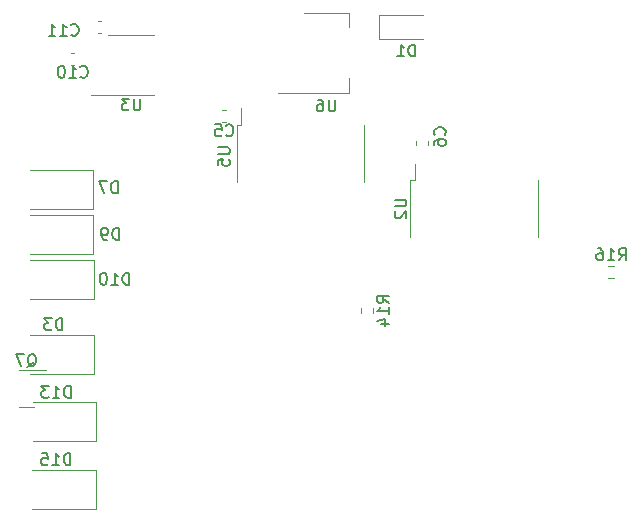
<source format=gbr>
%TF.GenerationSoftware,KiCad,Pcbnew,(6.0.10)*%
%TF.CreationDate,2023-04-19T18:30:43+02:00*%
%TF.ProjectId,jf-ecu32,6a662d65-6375-4333-922e-6b696361645f,rev?*%
%TF.SameCoordinates,Original*%
%TF.FileFunction,Legend,Bot*%
%TF.FilePolarity,Positive*%
%FSLAX46Y46*%
G04 Gerber Fmt 4.6, Leading zero omitted, Abs format (unit mm)*
G04 Created by KiCad (PCBNEW (6.0.10)) date 2023-04-19 18:30:43*
%MOMM*%
%LPD*%
G01*
G04 APERTURE LIST*
%ADD10C,0.150000*%
%ADD11C,0.120000*%
G04 APERTURE END LIST*
D10*
%TO.C,D9*%
X36044095Y-169997380D02*
X36044095Y-168997380D01*
X35806000Y-168997380D01*
X35663142Y-169045000D01*
X35567904Y-169140238D01*
X35520285Y-169235476D01*
X35472666Y-169425952D01*
X35472666Y-169568809D01*
X35520285Y-169759285D01*
X35567904Y-169854523D01*
X35663142Y-169949761D01*
X35806000Y-169997380D01*
X36044095Y-169997380D01*
X34996476Y-169997380D02*
X34806000Y-169997380D01*
X34710761Y-169949761D01*
X34663142Y-169902142D01*
X34567904Y-169759285D01*
X34520285Y-169568809D01*
X34520285Y-169187857D01*
X34567904Y-169092619D01*
X34615523Y-169045000D01*
X34710761Y-168997380D01*
X34901238Y-168997380D01*
X34996476Y-169045000D01*
X35044095Y-169092619D01*
X35091714Y-169187857D01*
X35091714Y-169425952D01*
X35044095Y-169521190D01*
X34996476Y-169568809D01*
X34901238Y-169616428D01*
X34710761Y-169616428D01*
X34615523Y-169568809D01*
X34567904Y-169521190D01*
X34520285Y-169425952D01*
%TO.C,D1*%
X61116095Y-154471380D02*
X61116095Y-153471380D01*
X60878000Y-153471380D01*
X60735142Y-153519000D01*
X60639904Y-153614238D01*
X60592285Y-153709476D01*
X60544666Y-153899952D01*
X60544666Y-154042809D01*
X60592285Y-154233285D01*
X60639904Y-154328523D01*
X60735142Y-154423761D01*
X60878000Y-154471380D01*
X61116095Y-154471380D01*
X59592285Y-154471380D02*
X60163714Y-154471380D01*
X59878000Y-154471380D02*
X59878000Y-153471380D01*
X59973238Y-153614238D01*
X60068476Y-153709476D01*
X60163714Y-153757095D01*
%TO.C,U3*%
X37845904Y-158046380D02*
X37845904Y-158855904D01*
X37798285Y-158951142D01*
X37750666Y-158998761D01*
X37655428Y-159046380D01*
X37464952Y-159046380D01*
X37369714Y-158998761D01*
X37322095Y-158951142D01*
X37274476Y-158855904D01*
X37274476Y-158046380D01*
X36893523Y-158046380D02*
X36274476Y-158046380D01*
X36607809Y-158427333D01*
X36464952Y-158427333D01*
X36369714Y-158474952D01*
X36322095Y-158522571D01*
X36274476Y-158617809D01*
X36274476Y-158855904D01*
X36322095Y-158951142D01*
X36369714Y-158998761D01*
X36464952Y-159046380D01*
X36750666Y-159046380D01*
X36845904Y-158998761D01*
X36893523Y-158951142D01*
%TO.C,D10*%
X36901285Y-173807380D02*
X36901285Y-172807380D01*
X36663190Y-172807380D01*
X36520333Y-172855000D01*
X36425095Y-172950238D01*
X36377476Y-173045476D01*
X36329857Y-173235952D01*
X36329857Y-173378809D01*
X36377476Y-173569285D01*
X36425095Y-173664523D01*
X36520333Y-173759761D01*
X36663190Y-173807380D01*
X36901285Y-173807380D01*
X35377476Y-173807380D02*
X35948904Y-173807380D01*
X35663190Y-173807380D02*
X35663190Y-172807380D01*
X35758428Y-172950238D01*
X35853666Y-173045476D01*
X35948904Y-173093095D01*
X34758428Y-172807380D02*
X34663190Y-172807380D01*
X34567952Y-172855000D01*
X34520333Y-172902619D01*
X34472714Y-172997857D01*
X34425095Y-173188333D01*
X34425095Y-173426428D01*
X34472714Y-173616904D01*
X34520333Y-173712142D01*
X34567952Y-173759761D01*
X34663190Y-173807380D01*
X34758428Y-173807380D01*
X34853666Y-173759761D01*
X34901285Y-173712142D01*
X34948904Y-173616904D01*
X34996523Y-173426428D01*
X34996523Y-173188333D01*
X34948904Y-172997857D01*
X34901285Y-172902619D01*
X34853666Y-172855000D01*
X34758428Y-172807380D01*
%TO.C,C5*%
X45111666Y-161139142D02*
X45159285Y-161186761D01*
X45302142Y-161234380D01*
X45397380Y-161234380D01*
X45540238Y-161186761D01*
X45635476Y-161091523D01*
X45683095Y-160996285D01*
X45730714Y-160805809D01*
X45730714Y-160662952D01*
X45683095Y-160472476D01*
X45635476Y-160377238D01*
X45540238Y-160282000D01*
X45397380Y-160234380D01*
X45302142Y-160234380D01*
X45159285Y-160282000D01*
X45111666Y-160329619D01*
X44206904Y-160234380D02*
X44683095Y-160234380D01*
X44730714Y-160710571D01*
X44683095Y-160662952D01*
X44587857Y-160615333D01*
X44349761Y-160615333D01*
X44254523Y-160662952D01*
X44206904Y-160710571D01*
X44159285Y-160805809D01*
X44159285Y-161043904D01*
X44206904Y-161139142D01*
X44254523Y-161186761D01*
X44349761Y-161234380D01*
X44587857Y-161234380D01*
X44683095Y-161186761D01*
X44730714Y-161139142D01*
%TO.C,R16*%
X78366857Y-171742380D02*
X78700190Y-171266190D01*
X78938285Y-171742380D02*
X78938285Y-170742380D01*
X78557333Y-170742380D01*
X78462095Y-170790000D01*
X78414476Y-170837619D01*
X78366857Y-170932857D01*
X78366857Y-171075714D01*
X78414476Y-171170952D01*
X78462095Y-171218571D01*
X78557333Y-171266190D01*
X78938285Y-171266190D01*
X77414476Y-171742380D02*
X77985904Y-171742380D01*
X77700190Y-171742380D02*
X77700190Y-170742380D01*
X77795428Y-170885238D01*
X77890666Y-170980476D01*
X77985904Y-171028095D01*
X76557333Y-170742380D02*
X76747809Y-170742380D01*
X76843047Y-170790000D01*
X76890666Y-170837619D01*
X76985904Y-170980476D01*
X77033523Y-171170952D01*
X77033523Y-171551904D01*
X76985904Y-171647142D01*
X76938285Y-171694761D01*
X76843047Y-171742380D01*
X76652571Y-171742380D01*
X76557333Y-171694761D01*
X76509714Y-171647142D01*
X76462095Y-171551904D01*
X76462095Y-171313809D01*
X76509714Y-171218571D01*
X76557333Y-171170952D01*
X76652571Y-171123333D01*
X76843047Y-171123333D01*
X76938285Y-171170952D01*
X76985904Y-171218571D01*
X77033523Y-171313809D01*
%TO.C,C6*%
X63603142Y-161110333D02*
X63650761Y-161062714D01*
X63698380Y-160919857D01*
X63698380Y-160824619D01*
X63650761Y-160681761D01*
X63555523Y-160586523D01*
X63460285Y-160538904D01*
X63269809Y-160491285D01*
X63126952Y-160491285D01*
X62936476Y-160538904D01*
X62841238Y-160586523D01*
X62746000Y-160681761D01*
X62698380Y-160824619D01*
X62698380Y-160919857D01*
X62746000Y-161062714D01*
X62793619Y-161110333D01*
X62698380Y-161967476D02*
X62698380Y-161777000D01*
X62746000Y-161681761D01*
X62793619Y-161634142D01*
X62936476Y-161538904D01*
X63126952Y-161491285D01*
X63507904Y-161491285D01*
X63603142Y-161538904D01*
X63650761Y-161586523D01*
X63698380Y-161681761D01*
X63698380Y-161872238D01*
X63650761Y-161967476D01*
X63603142Y-162015095D01*
X63507904Y-162062714D01*
X63269809Y-162062714D01*
X63174571Y-162015095D01*
X63126952Y-161967476D01*
X63079333Y-161872238D01*
X63079333Y-161681761D01*
X63126952Y-161586523D01*
X63174571Y-161538904D01*
X63269809Y-161491285D01*
%TO.C,C10*%
X32773857Y-156186142D02*
X32821476Y-156233761D01*
X32964333Y-156281380D01*
X33059571Y-156281380D01*
X33202428Y-156233761D01*
X33297666Y-156138523D01*
X33345285Y-156043285D01*
X33392904Y-155852809D01*
X33392904Y-155709952D01*
X33345285Y-155519476D01*
X33297666Y-155424238D01*
X33202428Y-155329000D01*
X33059571Y-155281380D01*
X32964333Y-155281380D01*
X32821476Y-155329000D01*
X32773857Y-155376619D01*
X31821476Y-156281380D02*
X32392904Y-156281380D01*
X32107190Y-156281380D02*
X32107190Y-155281380D01*
X32202428Y-155424238D01*
X32297666Y-155519476D01*
X32392904Y-155567095D01*
X31202428Y-155281380D02*
X31107190Y-155281380D01*
X31011952Y-155329000D01*
X30964333Y-155376619D01*
X30916714Y-155471857D01*
X30869095Y-155662333D01*
X30869095Y-155900428D01*
X30916714Y-156090904D01*
X30964333Y-156186142D01*
X31011952Y-156233761D01*
X31107190Y-156281380D01*
X31202428Y-156281380D01*
X31297666Y-156233761D01*
X31345285Y-156186142D01*
X31392904Y-156090904D01*
X31440523Y-155900428D01*
X31440523Y-155662333D01*
X31392904Y-155471857D01*
X31345285Y-155376619D01*
X31297666Y-155329000D01*
X31202428Y-155281380D01*
%TO.C,D15*%
X31919285Y-189087380D02*
X31919285Y-188087380D01*
X31681190Y-188087380D01*
X31538333Y-188135000D01*
X31443095Y-188230238D01*
X31395476Y-188325476D01*
X31347857Y-188515952D01*
X31347857Y-188658809D01*
X31395476Y-188849285D01*
X31443095Y-188944523D01*
X31538333Y-189039761D01*
X31681190Y-189087380D01*
X31919285Y-189087380D01*
X30395476Y-189087380D02*
X30966904Y-189087380D01*
X30681190Y-189087380D02*
X30681190Y-188087380D01*
X30776428Y-188230238D01*
X30871666Y-188325476D01*
X30966904Y-188373095D01*
X29490714Y-188087380D02*
X29966904Y-188087380D01*
X30014523Y-188563571D01*
X29966904Y-188515952D01*
X29871666Y-188468333D01*
X29633571Y-188468333D01*
X29538333Y-188515952D01*
X29490714Y-188563571D01*
X29443095Y-188658809D01*
X29443095Y-188896904D01*
X29490714Y-188992142D01*
X29538333Y-189039761D01*
X29633571Y-189087380D01*
X29871666Y-189087380D01*
X29966904Y-189039761D01*
X30014523Y-188992142D01*
%TO.C,D13*%
X31948285Y-183372380D02*
X31948285Y-182372380D01*
X31710190Y-182372380D01*
X31567333Y-182420000D01*
X31472095Y-182515238D01*
X31424476Y-182610476D01*
X31376857Y-182800952D01*
X31376857Y-182943809D01*
X31424476Y-183134285D01*
X31472095Y-183229523D01*
X31567333Y-183324761D01*
X31710190Y-183372380D01*
X31948285Y-183372380D01*
X30424476Y-183372380D02*
X30995904Y-183372380D01*
X30710190Y-183372380D02*
X30710190Y-182372380D01*
X30805428Y-182515238D01*
X30900666Y-182610476D01*
X30995904Y-182658095D01*
X30091142Y-182372380D02*
X29472095Y-182372380D01*
X29805428Y-182753333D01*
X29662571Y-182753333D01*
X29567333Y-182800952D01*
X29519714Y-182848571D01*
X29472095Y-182943809D01*
X29472095Y-183181904D01*
X29519714Y-183277142D01*
X29567333Y-183324761D01*
X29662571Y-183372380D01*
X29948285Y-183372380D01*
X30043523Y-183324761D01*
X30091142Y-183277142D01*
%TO.C,R14*%
X58905380Y-175340542D02*
X58429190Y-175007209D01*
X58905380Y-174769114D02*
X57905380Y-174769114D01*
X57905380Y-175150066D01*
X57953000Y-175245304D01*
X58000619Y-175292923D01*
X58095857Y-175340542D01*
X58238714Y-175340542D01*
X58333952Y-175292923D01*
X58381571Y-175245304D01*
X58429190Y-175150066D01*
X58429190Y-174769114D01*
X58905380Y-176292923D02*
X58905380Y-175721495D01*
X58905380Y-176007209D02*
X57905380Y-176007209D01*
X58048238Y-175911971D01*
X58143476Y-175816733D01*
X58191095Y-175721495D01*
X58238714Y-177150066D02*
X58905380Y-177150066D01*
X57857761Y-176911971D02*
X58572047Y-176673876D01*
X58572047Y-177292923D01*
%TO.C,U2*%
X59368580Y-166598695D02*
X60178104Y-166598695D01*
X60273342Y-166646314D01*
X60320961Y-166693933D01*
X60368580Y-166789171D01*
X60368580Y-166979647D01*
X60320961Y-167074885D01*
X60273342Y-167122504D01*
X60178104Y-167170123D01*
X59368580Y-167170123D01*
X59463819Y-167598695D02*
X59416200Y-167646314D01*
X59368580Y-167741552D01*
X59368580Y-167979647D01*
X59416200Y-168074885D01*
X59463819Y-168122504D01*
X59559057Y-168170123D01*
X59654295Y-168170123D01*
X59797152Y-168122504D01*
X60368580Y-167551076D01*
X60368580Y-168170123D01*
%TO.C,D7*%
X35917095Y-166060380D02*
X35917095Y-165060380D01*
X35679000Y-165060380D01*
X35536142Y-165108000D01*
X35440904Y-165203238D01*
X35393285Y-165298476D01*
X35345666Y-165488952D01*
X35345666Y-165631809D01*
X35393285Y-165822285D01*
X35440904Y-165917523D01*
X35536142Y-166012761D01*
X35679000Y-166060380D01*
X35917095Y-166060380D01*
X35012333Y-165060380D02*
X34345666Y-165060380D01*
X34774238Y-166060380D01*
%TO.C,U5*%
X44410380Y-162179095D02*
X45219904Y-162179095D01*
X45315142Y-162226714D01*
X45362761Y-162274333D01*
X45410380Y-162369571D01*
X45410380Y-162560047D01*
X45362761Y-162655285D01*
X45315142Y-162702904D01*
X45219904Y-162750523D01*
X44410380Y-162750523D01*
X44410380Y-163702904D02*
X44410380Y-163226714D01*
X44886571Y-163179095D01*
X44838952Y-163226714D01*
X44791333Y-163321952D01*
X44791333Y-163560047D01*
X44838952Y-163655285D01*
X44886571Y-163702904D01*
X44981809Y-163750523D01*
X45219904Y-163750523D01*
X45315142Y-163702904D01*
X45362761Y-163655285D01*
X45410380Y-163560047D01*
X45410380Y-163321952D01*
X45362761Y-163226714D01*
X45315142Y-163179095D01*
%TO.C,U6*%
X54355904Y-158130380D02*
X54355904Y-158939904D01*
X54308285Y-159035142D01*
X54260666Y-159082761D01*
X54165428Y-159130380D01*
X53974952Y-159130380D01*
X53879714Y-159082761D01*
X53832095Y-159035142D01*
X53784476Y-158939904D01*
X53784476Y-158130380D01*
X52879714Y-158130380D02*
X53070190Y-158130380D01*
X53165428Y-158178000D01*
X53213047Y-158225619D01*
X53308285Y-158368476D01*
X53355904Y-158558952D01*
X53355904Y-158939904D01*
X53308285Y-159035142D01*
X53260666Y-159082761D01*
X53165428Y-159130380D01*
X52974952Y-159130380D01*
X52879714Y-159082761D01*
X52832095Y-159035142D01*
X52784476Y-158939904D01*
X52784476Y-158701809D01*
X52832095Y-158606571D01*
X52879714Y-158558952D01*
X52974952Y-158511333D01*
X53165428Y-158511333D01*
X53260666Y-158558952D01*
X53308285Y-158606571D01*
X53355904Y-158701809D01*
%TO.C,C11*%
X31998857Y-152630142D02*
X32046476Y-152677761D01*
X32189333Y-152725380D01*
X32284571Y-152725380D01*
X32427428Y-152677761D01*
X32522666Y-152582523D01*
X32570285Y-152487285D01*
X32617904Y-152296809D01*
X32617904Y-152153952D01*
X32570285Y-151963476D01*
X32522666Y-151868238D01*
X32427428Y-151773000D01*
X32284571Y-151725380D01*
X32189333Y-151725380D01*
X32046476Y-151773000D01*
X31998857Y-151820619D01*
X31046476Y-152725380D02*
X31617904Y-152725380D01*
X31332190Y-152725380D02*
X31332190Y-151725380D01*
X31427428Y-151868238D01*
X31522666Y-151963476D01*
X31617904Y-152011095D01*
X30094095Y-152725380D02*
X30665523Y-152725380D01*
X30379809Y-152725380D02*
X30379809Y-151725380D01*
X30475047Y-151868238D01*
X30570285Y-151963476D01*
X30665523Y-152011095D01*
%TO.C,D3*%
X31258095Y-177657380D02*
X31258095Y-176657380D01*
X31020000Y-176657380D01*
X30877142Y-176705000D01*
X30781904Y-176800238D01*
X30734285Y-176895476D01*
X30686666Y-177085952D01*
X30686666Y-177228809D01*
X30734285Y-177419285D01*
X30781904Y-177514523D01*
X30877142Y-177609761D01*
X31020000Y-177657380D01*
X31258095Y-177657380D01*
X30353333Y-176657380D02*
X29734285Y-176657380D01*
X30067619Y-177038333D01*
X29924761Y-177038333D01*
X29829523Y-177085952D01*
X29781904Y-177133571D01*
X29734285Y-177228809D01*
X29734285Y-177466904D01*
X29781904Y-177562142D01*
X29829523Y-177609761D01*
X29924761Y-177657380D01*
X30210476Y-177657380D01*
X30305714Y-177609761D01*
X30353333Y-177562142D01*
%TO.C,Q7*%
X28289238Y-180773619D02*
X28384476Y-180726000D01*
X28479714Y-180630761D01*
X28622571Y-180487904D01*
X28717809Y-180440285D01*
X28813047Y-180440285D01*
X28765428Y-180678380D02*
X28860666Y-180630761D01*
X28955904Y-180535523D01*
X29003523Y-180345047D01*
X29003523Y-180011714D01*
X28955904Y-179821238D01*
X28860666Y-179726000D01*
X28765428Y-179678380D01*
X28574952Y-179678380D01*
X28479714Y-179726000D01*
X28384476Y-179821238D01*
X28336857Y-180011714D01*
X28336857Y-180345047D01*
X28384476Y-180535523D01*
X28479714Y-180630761D01*
X28574952Y-180678380D01*
X28765428Y-180678380D01*
X28003523Y-179678380D02*
X27336857Y-179678380D01*
X27765428Y-180678380D01*
D11*
%TO.C,D9*%
X33880000Y-171195000D02*
X28480000Y-171195000D01*
X33880000Y-167895000D02*
X28480000Y-167895000D01*
X33880000Y-167895000D02*
X33880000Y-171195000D01*
%TO.C,D1*%
X58098000Y-153029000D02*
X58098000Y-151009000D01*
X58098000Y-153029000D02*
X61778000Y-153029000D01*
X58098000Y-151009000D02*
X61778000Y-151009000D01*
%TO.C,U3*%
X37084000Y-157754000D02*
X33634000Y-157754000D01*
X37084000Y-152634000D02*
X35134000Y-152634000D01*
X37084000Y-157754000D02*
X39034000Y-157754000D01*
X37084000Y-152634000D02*
X39034000Y-152634000D01*
%TO.C,D10*%
X33920000Y-171705000D02*
X33920000Y-175005000D01*
X33920000Y-175005000D02*
X28520000Y-175005000D01*
X33920000Y-171705000D02*
X28520000Y-171705000D01*
%TO.C,C5*%
X45085580Y-159002000D02*
X44804420Y-159002000D01*
X45085580Y-160022000D02*
X44804420Y-160022000D01*
%TO.C,R16*%
X77961258Y-172197500D02*
X77486742Y-172197500D01*
X77961258Y-173242500D02*
X77486742Y-173242500D01*
%TO.C,C6*%
X61212000Y-161938580D02*
X61212000Y-161657420D01*
X62232000Y-161938580D02*
X62232000Y-161657420D01*
%TO.C,C10*%
X32271580Y-155196000D02*
X31990420Y-155196000D01*
X32271580Y-154176000D02*
X31990420Y-154176000D01*
%TO.C,D15*%
X34105000Y-189485000D02*
X34105000Y-192785000D01*
X34105000Y-192785000D02*
X28705000Y-192785000D01*
X34105000Y-189485000D02*
X28705000Y-189485000D01*
%TO.C,D13*%
X34134000Y-187070000D02*
X28734000Y-187070000D01*
X34134000Y-183770000D02*
X28734000Y-183770000D01*
X34134000Y-183770000D02*
X34134000Y-187070000D01*
%TO.C,R14*%
X56500500Y-176220658D02*
X56500500Y-175746142D01*
X57545500Y-176220658D02*
X57545500Y-175746142D01*
%TO.C,U2*%
X61116200Y-164960600D02*
X61116200Y-163560600D01*
X60716200Y-164960600D02*
X60716200Y-169760600D01*
X71516200Y-164960600D02*
X71516200Y-169760600D01*
X60716200Y-164960600D02*
X61116200Y-164960600D01*
%TO.C,D7*%
X33880000Y-164085000D02*
X33880000Y-167385000D01*
X33880000Y-167385000D02*
X28480000Y-167385000D01*
X33880000Y-164085000D02*
X28480000Y-164085000D01*
%TO.C,U5*%
X46009600Y-160287000D02*
X46409600Y-160287000D01*
X46409600Y-160287000D02*
X46409600Y-158887000D01*
X46009600Y-160287000D02*
X46009600Y-165087000D01*
X56809600Y-160287000D02*
X56809600Y-165087000D01*
%TO.C,U6*%
X49494000Y-157588000D02*
X55504000Y-157588000D01*
X55504000Y-157588000D02*
X55504000Y-156328000D01*
X55504000Y-150768000D02*
X55504000Y-152028000D01*
X51744000Y-150768000D02*
X55504000Y-150768000D01*
%TO.C,C11*%
X34544580Y-151509000D02*
X34263420Y-151509000D01*
X34544580Y-152529000D02*
X34263420Y-152529000D01*
%TO.C,D3*%
X33920000Y-178055000D02*
X28520000Y-178055000D01*
X33920000Y-181355000D02*
X28520000Y-181355000D01*
X33920000Y-178055000D02*
X33920000Y-181355000D01*
%TO.C,Q7*%
X28194000Y-184186000D02*
X27544000Y-184186000D01*
X28194000Y-184186000D02*
X28844000Y-184186000D01*
X28194000Y-181066000D02*
X29869000Y-181066000D01*
X28194000Y-181066000D02*
X27544000Y-181066000D01*
%TD*%
M02*

</source>
